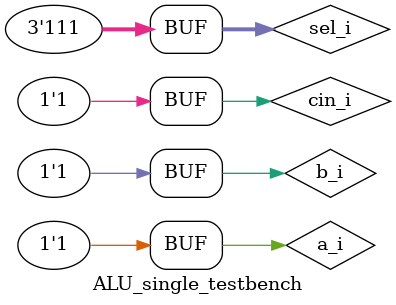
<source format=sv>


`timescale 1ns/10ps
module ALU_single(out_o, co_o, a_i, b_i, cin_i, sel_i);
	input logic a_i, b_i, cin_i;
   input logic [2:0] sel_i;
	output logic out_o, co_o;
	
	// sel_i = 010 --- > A + B
	// sel_i = 011 --- > A - B
	
	// produce "not b"
	logic not_b;
	not b_inverter (not_b, b_i); 
	
	//  select "b" or "not b" base on the "subtract" signal
	//  in this case "subtract" is controlled by sel_i[0]
	//  "subtract" = sel_i[0]	
	logic final_b; 
	mux_2x1 chooseB (final_b, {not_b, b_i}, sel_i[0]);
   	
	
	// full adder, perform either A+B or A-B, output in "sum"
	logic sum;
	
	// co_o = adder_co_o 
	fullAdder addSub (sum, co_o, cin_i, a_i, final_b); 
	
	// sel_i = 100 --- > bitwise A & B 
	// sel_i = 101 --- > bitwise A | B
	// sel_i = 110 --- > bitwise A XOR B
	
	
	logic bitand, bitor, bitxor;
	
	// produce A & B
	and and_gate (bitand, a_i, b_i);
	
	// produce A | B
	or or_gate (bitor, a_i, b_i);
	
	// produce A XOR B
	xor xor_gate (bitxor, a_i, b_i);
										
										// 111   110   101    100     011  010  001   000 
										// X		XOR	OR		 AND	   -	  +	 X		 B
	mux_8x1 controlMux (out_o, {1'b0, bitxor, bitor, bitand, sum, sum, 1'b0, b_i}, sel_i[2:0]);
endmodule



module ALU_single_testbench;
	logic a_i, b_i, cin_i;
	logic [2:0]sel_i;
	logic out_o;
	logic co_o;
	
	
	integer i;
	initial begin	
		for (int i = 0; i < 64; i++) begin
			{sel_i[2:0], cin_i, b_i, a_i} = i; #10;
		end
	end

	
	ALU_single dut (.out_o, .co_o, .a_i, .b_i, .cin_i, .sel_i);
endmodule



</source>
